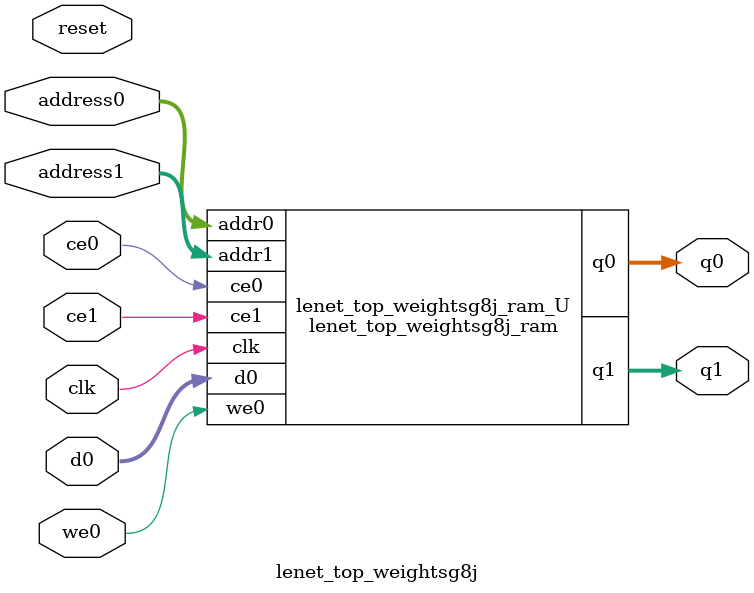
<source format=v>
`timescale 1 ns / 1 ps
module lenet_top_weightsg8j_ram (addr0, ce0, d0, we0, q0, addr1, ce1, q1,  clk);

parameter DWIDTH = 32;
parameter AWIDTH = 8;
parameter MEM_SIZE = 150;

input[AWIDTH-1:0] addr0;
input ce0;
input[DWIDTH-1:0] d0;
input we0;
output reg[DWIDTH-1:0] q0;
input[AWIDTH-1:0] addr1;
input ce1;
output reg[DWIDTH-1:0] q1;
input clk;

(* ram_style = "block" *)reg [DWIDTH-1:0] ram[0:MEM_SIZE-1];




always @(posedge clk)  
begin 
    if (ce0) 
    begin
        if (we0) 
        begin 
            ram[addr0] <= d0; 
        end 
        q0 <= ram[addr0];
    end
end


always @(posedge clk)  
begin 
    if (ce1) 
    begin
        q1 <= ram[addr1];
    end
end


endmodule

`timescale 1 ns / 1 ps
module lenet_top_weightsg8j(
    reset,
    clk,
    address0,
    ce0,
    we0,
    d0,
    q0,
    address1,
    ce1,
    q1);

parameter DataWidth = 32'd32;
parameter AddressRange = 32'd150;
parameter AddressWidth = 32'd8;
input reset;
input clk;
input[AddressWidth - 1:0] address0;
input ce0;
input we0;
input[DataWidth - 1:0] d0;
output[DataWidth - 1:0] q0;
input[AddressWidth - 1:0] address1;
input ce1;
output[DataWidth - 1:0] q1;



lenet_top_weightsg8j_ram lenet_top_weightsg8j_ram_U(
    .clk( clk ),
    .addr0( address0 ),
    .ce0( ce0 ),
    .we0( we0 ),
    .d0( d0 ),
    .q0( q0 ),
    .addr1( address1 ),
    .ce1( ce1 ),
    .q1( q1 ));

endmodule


</source>
